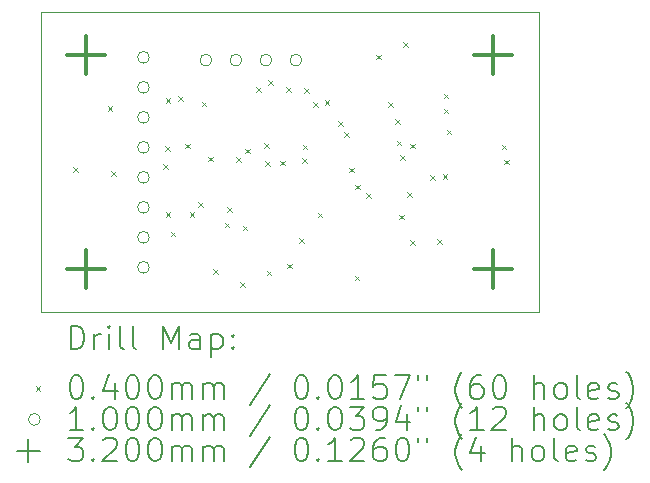
<source format=gbr>
%TF.GenerationSoftware,KiCad,Pcbnew,6.0.11+dfsg-1~bpo11+1*%
%TF.CreationDate,2023-04-29T04:06:51+00:00*%
%TF.ProjectId,slcam,736c6361-6d2e-46b6-9963-61645f706362,v0.2*%
%TF.SameCoordinates,Original*%
%TF.FileFunction,Drillmap*%
%TF.FilePolarity,Positive*%
%FSLAX45Y45*%
G04 Gerber Fmt 4.5, Leading zero omitted, Abs format (unit mm)*
G04 Created by KiCad (PCBNEW 6.0.11+dfsg-1~bpo11+1) date 2023-04-29 04:06:51*
%MOMM*%
%LPD*%
G01*
G04 APERTURE LIST*
%ADD10C,0.100000*%
%ADD11C,0.200000*%
%ADD12C,0.040000*%
%ADD13C,0.320000*%
G04 APERTURE END LIST*
D10*
X23926800Y-7518400D02*
X19710400Y-7518400D01*
X19710400Y-4978400D01*
X23926800Y-4978400D01*
X23926800Y-7518400D01*
D11*
D12*
X19985040Y-6289360D02*
X20025040Y-6329360D01*
X20025040Y-6289360D02*
X19985040Y-6329360D01*
X20276511Y-5776920D02*
X20316511Y-5816920D01*
X20316511Y-5776920D02*
X20276511Y-5816920D01*
X20305957Y-6322423D02*
X20345957Y-6362423D01*
X20345957Y-6322423D02*
X20305957Y-6362423D01*
X20748416Y-6266140D02*
X20788416Y-6306140D01*
X20788416Y-6266140D02*
X20748416Y-6306140D01*
X20762656Y-6112001D02*
X20802656Y-6152001D01*
X20802656Y-6112001D02*
X20762656Y-6152001D01*
X20767360Y-5705160D02*
X20807360Y-5745160D01*
X20807360Y-5705160D02*
X20767360Y-5745160D01*
X20767752Y-6669513D02*
X20807752Y-6709513D01*
X20807752Y-6669513D02*
X20767752Y-6709513D01*
X20808000Y-6838000D02*
X20848000Y-6878000D01*
X20848000Y-6838000D02*
X20808000Y-6878000D01*
X20874040Y-5689920D02*
X20914040Y-5729920D01*
X20914040Y-5689920D02*
X20874040Y-5729920D01*
X20933952Y-6091767D02*
X20973952Y-6131767D01*
X20973952Y-6091767D02*
X20933952Y-6131767D01*
X20970534Y-6670007D02*
X21010534Y-6710007D01*
X21010534Y-6670007D02*
X20970534Y-6710007D01*
X21039270Y-6589051D02*
X21079270Y-6629051D01*
X21079270Y-6589051D02*
X21039270Y-6629051D01*
X21071476Y-5735817D02*
X21111476Y-5775817D01*
X21111476Y-5735817D02*
X21071476Y-5775817D01*
X21126655Y-6202378D02*
X21166655Y-6242378D01*
X21166655Y-6202378D02*
X21126655Y-6242378D01*
X21167600Y-7151946D02*
X21207600Y-7191946D01*
X21207600Y-7151946D02*
X21167600Y-7191946D01*
X21265200Y-6761800D02*
X21305200Y-6801800D01*
X21305200Y-6761800D02*
X21265200Y-6801800D01*
X21285098Y-6632387D02*
X21325098Y-6672387D01*
X21325098Y-6632387D02*
X21285098Y-6672387D01*
X21366272Y-6207153D02*
X21406272Y-6247153D01*
X21406272Y-6207153D02*
X21366272Y-6247153D01*
X21395868Y-7267507D02*
X21435868Y-7307507D01*
X21435868Y-7267507D02*
X21395868Y-7307507D01*
X21417600Y-6787200D02*
X21457600Y-6827200D01*
X21457600Y-6787200D02*
X21417600Y-6827200D01*
X21438261Y-6134703D02*
X21478261Y-6174703D01*
X21478261Y-6134703D02*
X21438261Y-6174703D01*
X21534440Y-5613720D02*
X21574440Y-5653720D01*
X21574440Y-5613720D02*
X21534440Y-5653720D01*
X21601583Y-6087550D02*
X21641583Y-6127550D01*
X21641583Y-6087550D02*
X21601583Y-6127550D01*
X21607357Y-6240833D02*
X21647357Y-6280833D01*
X21647357Y-6240833D02*
X21607357Y-6280833D01*
X21620800Y-7168200D02*
X21660800Y-7208200D01*
X21660800Y-7168200D02*
X21620800Y-7208200D01*
X21633379Y-5555672D02*
X21673379Y-5595672D01*
X21673379Y-5555672D02*
X21633379Y-5595672D01*
X21735494Y-6235891D02*
X21775494Y-6275891D01*
X21775494Y-6235891D02*
X21735494Y-6275891D01*
X21789650Y-5615349D02*
X21829650Y-5655349D01*
X21829650Y-5615349D02*
X21789650Y-5655349D01*
X21797690Y-7107577D02*
X21837690Y-7147577D01*
X21837690Y-7107577D02*
X21797690Y-7147577D01*
X21895120Y-6893880D02*
X21935120Y-6933880D01*
X21935120Y-6893880D02*
X21895120Y-6933880D01*
X21920520Y-6213160D02*
X21960520Y-6253160D01*
X21960520Y-6213160D02*
X21920520Y-6253160D01*
X21925600Y-6101400D02*
X21965600Y-6141400D01*
X21965600Y-6101400D02*
X21925600Y-6141400D01*
X21940840Y-5623880D02*
X21980840Y-5663880D01*
X21980840Y-5623880D02*
X21940840Y-5663880D01*
X22014349Y-5741725D02*
X22054349Y-5781725D01*
X22054349Y-5741725D02*
X22014349Y-5781725D01*
X22052600Y-6675440D02*
X22092600Y-6715440D01*
X22092600Y-6675440D02*
X22052600Y-6715440D01*
X22113373Y-5726055D02*
X22153373Y-5766055D01*
X22153373Y-5726055D02*
X22113373Y-5766055D01*
X22225320Y-5903280D02*
X22265320Y-5943280D01*
X22265320Y-5903280D02*
X22225320Y-5943280D01*
X22276120Y-5994720D02*
X22316120Y-6034720D01*
X22316120Y-5994720D02*
X22276120Y-6034720D01*
X22321840Y-6294440D02*
X22361840Y-6334440D01*
X22361840Y-6294440D02*
X22321840Y-6334440D01*
X22367451Y-7210190D02*
X22407451Y-7250190D01*
X22407451Y-7210190D02*
X22367451Y-7250190D01*
X22372640Y-6440347D02*
X22412640Y-6480347D01*
X22412640Y-6440347D02*
X22372640Y-6480347D01*
X22463134Y-6513826D02*
X22503134Y-6553826D01*
X22503134Y-6513826D02*
X22463134Y-6553826D01*
X22550440Y-5339400D02*
X22590440Y-5379400D01*
X22590440Y-5339400D02*
X22550440Y-5379400D01*
X22649931Y-5738411D02*
X22689931Y-5778411D01*
X22689931Y-5738411D02*
X22649931Y-5778411D01*
X22709938Y-5882064D02*
X22749938Y-5922064D01*
X22749938Y-5882064D02*
X22709938Y-5922064D01*
X22723160Y-6065840D02*
X22763160Y-6105840D01*
X22763160Y-6065840D02*
X22723160Y-6105840D01*
X22745258Y-6693490D02*
X22785258Y-6733490D01*
X22785258Y-6693490D02*
X22745258Y-6733490D01*
X22753640Y-6187760D02*
X22793640Y-6227760D01*
X22793640Y-6187760D02*
X22753640Y-6227760D01*
X22779040Y-5232720D02*
X22819040Y-5272720D01*
X22819040Y-5232720D02*
X22779040Y-5272720D01*
X22811929Y-6504740D02*
X22851929Y-6544740D01*
X22851929Y-6504740D02*
X22811929Y-6544740D01*
X22834920Y-6091240D02*
X22874920Y-6131240D01*
X22874920Y-6091240D02*
X22834920Y-6131240D01*
X22834920Y-6909120D02*
X22874920Y-6949120D01*
X22874920Y-6909120D02*
X22834920Y-6949120D01*
X23007640Y-6360480D02*
X23047640Y-6400480D01*
X23047640Y-6360480D02*
X23007640Y-6400480D01*
X23064548Y-6902729D02*
X23104548Y-6942729D01*
X23104548Y-6902729D02*
X23064548Y-6942729D01*
X23111781Y-6347781D02*
X23151781Y-6387781D01*
X23151781Y-6347781D02*
X23111781Y-6387781D01*
X23119400Y-5669600D02*
X23159400Y-5709600D01*
X23159400Y-5669600D02*
X23119400Y-5709600D01*
X23119400Y-5796600D02*
X23159400Y-5836600D01*
X23159400Y-5796600D02*
X23119400Y-5836600D01*
X23144800Y-5974400D02*
X23184800Y-6014400D01*
X23184800Y-5974400D02*
X23144800Y-6014400D01*
X23612160Y-6101400D02*
X23652160Y-6141400D01*
X23652160Y-6101400D02*
X23612160Y-6141400D01*
X23632480Y-6228400D02*
X23672480Y-6268400D01*
X23672480Y-6228400D02*
X23632480Y-6268400D01*
D10*
X20629000Y-5362000D02*
G75*
G03*
X20629000Y-5362000I-50000J0D01*
G01*
X20629000Y-5616000D02*
G75*
G03*
X20629000Y-5616000I-50000J0D01*
G01*
X20629000Y-5870000D02*
G75*
G03*
X20629000Y-5870000I-50000J0D01*
G01*
X20629000Y-6124000D02*
G75*
G03*
X20629000Y-6124000I-50000J0D01*
G01*
X20629000Y-6378000D02*
G75*
G03*
X20629000Y-6378000I-50000J0D01*
G01*
X20629000Y-6632000D02*
G75*
G03*
X20629000Y-6632000I-50000J0D01*
G01*
X20629000Y-6886000D02*
G75*
G03*
X20629000Y-6886000I-50000J0D01*
G01*
X20629000Y-7140000D02*
G75*
G03*
X20629000Y-7140000I-50000J0D01*
G01*
X21157400Y-5384800D02*
G75*
G03*
X21157400Y-5384800I-50000J0D01*
G01*
X21411400Y-5384800D02*
G75*
G03*
X21411400Y-5384800I-50000J0D01*
G01*
X21665400Y-5384800D02*
G75*
G03*
X21665400Y-5384800I-50000J0D01*
G01*
X21919400Y-5384800D02*
G75*
G03*
X21919400Y-5384800I-50000J0D01*
G01*
D13*
X20091400Y-5184000D02*
X20091400Y-5504000D01*
X19931400Y-5344000D02*
X20251400Y-5344000D01*
X20091400Y-6993000D02*
X20091400Y-7313000D01*
X19931400Y-7153000D02*
X20251400Y-7153000D01*
X23536000Y-5184000D02*
X23536000Y-5504000D01*
X23376000Y-5344000D02*
X23696000Y-5344000D01*
X23536000Y-6993000D02*
X23536000Y-7313000D01*
X23376000Y-7153000D02*
X23696000Y-7153000D01*
D11*
X19963019Y-7833876D02*
X19963019Y-7633876D01*
X20010638Y-7633876D01*
X20039210Y-7643400D01*
X20058257Y-7662448D01*
X20067781Y-7681495D01*
X20077305Y-7719590D01*
X20077305Y-7748162D01*
X20067781Y-7786257D01*
X20058257Y-7805305D01*
X20039210Y-7824352D01*
X20010638Y-7833876D01*
X19963019Y-7833876D01*
X20163019Y-7833876D02*
X20163019Y-7700543D01*
X20163019Y-7738638D02*
X20172543Y-7719590D01*
X20182067Y-7710067D01*
X20201114Y-7700543D01*
X20220162Y-7700543D01*
X20286829Y-7833876D02*
X20286829Y-7700543D01*
X20286829Y-7633876D02*
X20277305Y-7643400D01*
X20286829Y-7652924D01*
X20296352Y-7643400D01*
X20286829Y-7633876D01*
X20286829Y-7652924D01*
X20410638Y-7833876D02*
X20391590Y-7824352D01*
X20382067Y-7805305D01*
X20382067Y-7633876D01*
X20515400Y-7833876D02*
X20496352Y-7824352D01*
X20486829Y-7805305D01*
X20486829Y-7633876D01*
X20743971Y-7833876D02*
X20743971Y-7633876D01*
X20810638Y-7776733D01*
X20877305Y-7633876D01*
X20877305Y-7833876D01*
X21058257Y-7833876D02*
X21058257Y-7729114D01*
X21048733Y-7710067D01*
X21029686Y-7700543D01*
X20991590Y-7700543D01*
X20972543Y-7710067D01*
X21058257Y-7824352D02*
X21039210Y-7833876D01*
X20991590Y-7833876D01*
X20972543Y-7824352D01*
X20963019Y-7805305D01*
X20963019Y-7786257D01*
X20972543Y-7767209D01*
X20991590Y-7757686D01*
X21039210Y-7757686D01*
X21058257Y-7748162D01*
X21153495Y-7700543D02*
X21153495Y-7900543D01*
X21153495Y-7710067D02*
X21172543Y-7700543D01*
X21210638Y-7700543D01*
X21229686Y-7710067D01*
X21239210Y-7719590D01*
X21248733Y-7738638D01*
X21248733Y-7795781D01*
X21239210Y-7814828D01*
X21229686Y-7824352D01*
X21210638Y-7833876D01*
X21172543Y-7833876D01*
X21153495Y-7824352D01*
X21334448Y-7814828D02*
X21343971Y-7824352D01*
X21334448Y-7833876D01*
X21324924Y-7824352D01*
X21334448Y-7814828D01*
X21334448Y-7833876D01*
X21334448Y-7710067D02*
X21343971Y-7719590D01*
X21334448Y-7729114D01*
X21324924Y-7719590D01*
X21334448Y-7710067D01*
X21334448Y-7729114D01*
D12*
X19665400Y-8143400D02*
X19705400Y-8183400D01*
X19705400Y-8143400D02*
X19665400Y-8183400D01*
D11*
X20001114Y-8053876D02*
X20020162Y-8053876D01*
X20039210Y-8063400D01*
X20048733Y-8072924D01*
X20058257Y-8091971D01*
X20067781Y-8130067D01*
X20067781Y-8177686D01*
X20058257Y-8215781D01*
X20048733Y-8234828D01*
X20039210Y-8244352D01*
X20020162Y-8253876D01*
X20001114Y-8253876D01*
X19982067Y-8244352D01*
X19972543Y-8234828D01*
X19963019Y-8215781D01*
X19953495Y-8177686D01*
X19953495Y-8130067D01*
X19963019Y-8091971D01*
X19972543Y-8072924D01*
X19982067Y-8063400D01*
X20001114Y-8053876D01*
X20153495Y-8234828D02*
X20163019Y-8244352D01*
X20153495Y-8253876D01*
X20143971Y-8244352D01*
X20153495Y-8234828D01*
X20153495Y-8253876D01*
X20334448Y-8120543D02*
X20334448Y-8253876D01*
X20286829Y-8044352D02*
X20239210Y-8187209D01*
X20363019Y-8187209D01*
X20477305Y-8053876D02*
X20496352Y-8053876D01*
X20515400Y-8063400D01*
X20524924Y-8072924D01*
X20534448Y-8091971D01*
X20543971Y-8130067D01*
X20543971Y-8177686D01*
X20534448Y-8215781D01*
X20524924Y-8234828D01*
X20515400Y-8244352D01*
X20496352Y-8253876D01*
X20477305Y-8253876D01*
X20458257Y-8244352D01*
X20448733Y-8234828D01*
X20439210Y-8215781D01*
X20429686Y-8177686D01*
X20429686Y-8130067D01*
X20439210Y-8091971D01*
X20448733Y-8072924D01*
X20458257Y-8063400D01*
X20477305Y-8053876D01*
X20667781Y-8053876D02*
X20686829Y-8053876D01*
X20705876Y-8063400D01*
X20715400Y-8072924D01*
X20724924Y-8091971D01*
X20734448Y-8130067D01*
X20734448Y-8177686D01*
X20724924Y-8215781D01*
X20715400Y-8234828D01*
X20705876Y-8244352D01*
X20686829Y-8253876D01*
X20667781Y-8253876D01*
X20648733Y-8244352D01*
X20639210Y-8234828D01*
X20629686Y-8215781D01*
X20620162Y-8177686D01*
X20620162Y-8130067D01*
X20629686Y-8091971D01*
X20639210Y-8072924D01*
X20648733Y-8063400D01*
X20667781Y-8053876D01*
X20820162Y-8253876D02*
X20820162Y-8120543D01*
X20820162Y-8139590D02*
X20829686Y-8130067D01*
X20848733Y-8120543D01*
X20877305Y-8120543D01*
X20896352Y-8130067D01*
X20905876Y-8149114D01*
X20905876Y-8253876D01*
X20905876Y-8149114D02*
X20915400Y-8130067D01*
X20934448Y-8120543D01*
X20963019Y-8120543D01*
X20982067Y-8130067D01*
X20991590Y-8149114D01*
X20991590Y-8253876D01*
X21086829Y-8253876D02*
X21086829Y-8120543D01*
X21086829Y-8139590D02*
X21096352Y-8130067D01*
X21115400Y-8120543D01*
X21143971Y-8120543D01*
X21163019Y-8130067D01*
X21172543Y-8149114D01*
X21172543Y-8253876D01*
X21172543Y-8149114D02*
X21182067Y-8130067D01*
X21201114Y-8120543D01*
X21229686Y-8120543D01*
X21248733Y-8130067D01*
X21258257Y-8149114D01*
X21258257Y-8253876D01*
X21648733Y-8044352D02*
X21477305Y-8301495D01*
X21905876Y-8053876D02*
X21924924Y-8053876D01*
X21943971Y-8063400D01*
X21953495Y-8072924D01*
X21963019Y-8091971D01*
X21972543Y-8130067D01*
X21972543Y-8177686D01*
X21963019Y-8215781D01*
X21953495Y-8234828D01*
X21943971Y-8244352D01*
X21924924Y-8253876D01*
X21905876Y-8253876D01*
X21886829Y-8244352D01*
X21877305Y-8234828D01*
X21867781Y-8215781D01*
X21858257Y-8177686D01*
X21858257Y-8130067D01*
X21867781Y-8091971D01*
X21877305Y-8072924D01*
X21886829Y-8063400D01*
X21905876Y-8053876D01*
X22058257Y-8234828D02*
X22067781Y-8244352D01*
X22058257Y-8253876D01*
X22048733Y-8244352D01*
X22058257Y-8234828D01*
X22058257Y-8253876D01*
X22191590Y-8053876D02*
X22210638Y-8053876D01*
X22229686Y-8063400D01*
X22239210Y-8072924D01*
X22248733Y-8091971D01*
X22258257Y-8130067D01*
X22258257Y-8177686D01*
X22248733Y-8215781D01*
X22239210Y-8234828D01*
X22229686Y-8244352D01*
X22210638Y-8253876D01*
X22191590Y-8253876D01*
X22172543Y-8244352D01*
X22163019Y-8234828D01*
X22153495Y-8215781D01*
X22143971Y-8177686D01*
X22143971Y-8130067D01*
X22153495Y-8091971D01*
X22163019Y-8072924D01*
X22172543Y-8063400D01*
X22191590Y-8053876D01*
X22448733Y-8253876D02*
X22334448Y-8253876D01*
X22391590Y-8253876D02*
X22391590Y-8053876D01*
X22372543Y-8082448D01*
X22353495Y-8101495D01*
X22334448Y-8111019D01*
X22629686Y-8053876D02*
X22534448Y-8053876D01*
X22524924Y-8149114D01*
X22534448Y-8139590D01*
X22553495Y-8130067D01*
X22601114Y-8130067D01*
X22620162Y-8139590D01*
X22629686Y-8149114D01*
X22639209Y-8168162D01*
X22639209Y-8215781D01*
X22629686Y-8234828D01*
X22620162Y-8244352D01*
X22601114Y-8253876D01*
X22553495Y-8253876D01*
X22534448Y-8244352D01*
X22524924Y-8234828D01*
X22705876Y-8053876D02*
X22839209Y-8053876D01*
X22753495Y-8253876D01*
X22905876Y-8053876D02*
X22905876Y-8091971D01*
X22982067Y-8053876D02*
X22982067Y-8091971D01*
X23277305Y-8330067D02*
X23267781Y-8320543D01*
X23248733Y-8291971D01*
X23239209Y-8272924D01*
X23229686Y-8244352D01*
X23220162Y-8196733D01*
X23220162Y-8158638D01*
X23229686Y-8111019D01*
X23239209Y-8082448D01*
X23248733Y-8063400D01*
X23267781Y-8034828D01*
X23277305Y-8025305D01*
X23439209Y-8053876D02*
X23401114Y-8053876D01*
X23382067Y-8063400D01*
X23372543Y-8072924D01*
X23353495Y-8101495D01*
X23343971Y-8139590D01*
X23343971Y-8215781D01*
X23353495Y-8234828D01*
X23363019Y-8244352D01*
X23382067Y-8253876D01*
X23420162Y-8253876D01*
X23439209Y-8244352D01*
X23448733Y-8234828D01*
X23458257Y-8215781D01*
X23458257Y-8168162D01*
X23448733Y-8149114D01*
X23439209Y-8139590D01*
X23420162Y-8130067D01*
X23382067Y-8130067D01*
X23363019Y-8139590D01*
X23353495Y-8149114D01*
X23343971Y-8168162D01*
X23582067Y-8053876D02*
X23601114Y-8053876D01*
X23620162Y-8063400D01*
X23629686Y-8072924D01*
X23639209Y-8091971D01*
X23648733Y-8130067D01*
X23648733Y-8177686D01*
X23639209Y-8215781D01*
X23629686Y-8234828D01*
X23620162Y-8244352D01*
X23601114Y-8253876D01*
X23582067Y-8253876D01*
X23563019Y-8244352D01*
X23553495Y-8234828D01*
X23543971Y-8215781D01*
X23534448Y-8177686D01*
X23534448Y-8130067D01*
X23543971Y-8091971D01*
X23553495Y-8072924D01*
X23563019Y-8063400D01*
X23582067Y-8053876D01*
X23886828Y-8253876D02*
X23886828Y-8053876D01*
X23972543Y-8253876D02*
X23972543Y-8149114D01*
X23963019Y-8130067D01*
X23943971Y-8120543D01*
X23915400Y-8120543D01*
X23896352Y-8130067D01*
X23886828Y-8139590D01*
X24096352Y-8253876D02*
X24077305Y-8244352D01*
X24067781Y-8234828D01*
X24058257Y-8215781D01*
X24058257Y-8158638D01*
X24067781Y-8139590D01*
X24077305Y-8130067D01*
X24096352Y-8120543D01*
X24124924Y-8120543D01*
X24143971Y-8130067D01*
X24153495Y-8139590D01*
X24163019Y-8158638D01*
X24163019Y-8215781D01*
X24153495Y-8234828D01*
X24143971Y-8244352D01*
X24124924Y-8253876D01*
X24096352Y-8253876D01*
X24277305Y-8253876D02*
X24258257Y-8244352D01*
X24248733Y-8225305D01*
X24248733Y-8053876D01*
X24429686Y-8244352D02*
X24410638Y-8253876D01*
X24372543Y-8253876D01*
X24353495Y-8244352D01*
X24343971Y-8225305D01*
X24343971Y-8149114D01*
X24353495Y-8130067D01*
X24372543Y-8120543D01*
X24410638Y-8120543D01*
X24429686Y-8130067D01*
X24439209Y-8149114D01*
X24439209Y-8168162D01*
X24343971Y-8187209D01*
X24515400Y-8244352D02*
X24534448Y-8253876D01*
X24572543Y-8253876D01*
X24591590Y-8244352D01*
X24601114Y-8225305D01*
X24601114Y-8215781D01*
X24591590Y-8196733D01*
X24572543Y-8187209D01*
X24543971Y-8187209D01*
X24524924Y-8177686D01*
X24515400Y-8158638D01*
X24515400Y-8149114D01*
X24524924Y-8130067D01*
X24543971Y-8120543D01*
X24572543Y-8120543D01*
X24591590Y-8130067D01*
X24667781Y-8330067D02*
X24677305Y-8320543D01*
X24696352Y-8291971D01*
X24705876Y-8272924D01*
X24715400Y-8244352D01*
X24724924Y-8196733D01*
X24724924Y-8158638D01*
X24715400Y-8111019D01*
X24705876Y-8082448D01*
X24696352Y-8063400D01*
X24677305Y-8034828D01*
X24667781Y-8025305D01*
D10*
X19705400Y-8427400D02*
G75*
G03*
X19705400Y-8427400I-50000J0D01*
G01*
D11*
X20067781Y-8517876D02*
X19953495Y-8517876D01*
X20010638Y-8517876D02*
X20010638Y-8317876D01*
X19991590Y-8346448D01*
X19972543Y-8365495D01*
X19953495Y-8375019D01*
X20153495Y-8498829D02*
X20163019Y-8508352D01*
X20153495Y-8517876D01*
X20143971Y-8508352D01*
X20153495Y-8498829D01*
X20153495Y-8517876D01*
X20286829Y-8317876D02*
X20305876Y-8317876D01*
X20324924Y-8327400D01*
X20334448Y-8336924D01*
X20343971Y-8355971D01*
X20353495Y-8394067D01*
X20353495Y-8441686D01*
X20343971Y-8479781D01*
X20334448Y-8498829D01*
X20324924Y-8508352D01*
X20305876Y-8517876D01*
X20286829Y-8517876D01*
X20267781Y-8508352D01*
X20258257Y-8498829D01*
X20248733Y-8479781D01*
X20239210Y-8441686D01*
X20239210Y-8394067D01*
X20248733Y-8355971D01*
X20258257Y-8336924D01*
X20267781Y-8327400D01*
X20286829Y-8317876D01*
X20477305Y-8317876D02*
X20496352Y-8317876D01*
X20515400Y-8327400D01*
X20524924Y-8336924D01*
X20534448Y-8355971D01*
X20543971Y-8394067D01*
X20543971Y-8441686D01*
X20534448Y-8479781D01*
X20524924Y-8498829D01*
X20515400Y-8508352D01*
X20496352Y-8517876D01*
X20477305Y-8517876D01*
X20458257Y-8508352D01*
X20448733Y-8498829D01*
X20439210Y-8479781D01*
X20429686Y-8441686D01*
X20429686Y-8394067D01*
X20439210Y-8355971D01*
X20448733Y-8336924D01*
X20458257Y-8327400D01*
X20477305Y-8317876D01*
X20667781Y-8317876D02*
X20686829Y-8317876D01*
X20705876Y-8327400D01*
X20715400Y-8336924D01*
X20724924Y-8355971D01*
X20734448Y-8394067D01*
X20734448Y-8441686D01*
X20724924Y-8479781D01*
X20715400Y-8498829D01*
X20705876Y-8508352D01*
X20686829Y-8517876D01*
X20667781Y-8517876D01*
X20648733Y-8508352D01*
X20639210Y-8498829D01*
X20629686Y-8479781D01*
X20620162Y-8441686D01*
X20620162Y-8394067D01*
X20629686Y-8355971D01*
X20639210Y-8336924D01*
X20648733Y-8327400D01*
X20667781Y-8317876D01*
X20820162Y-8517876D02*
X20820162Y-8384543D01*
X20820162Y-8403590D02*
X20829686Y-8394067D01*
X20848733Y-8384543D01*
X20877305Y-8384543D01*
X20896352Y-8394067D01*
X20905876Y-8413114D01*
X20905876Y-8517876D01*
X20905876Y-8413114D02*
X20915400Y-8394067D01*
X20934448Y-8384543D01*
X20963019Y-8384543D01*
X20982067Y-8394067D01*
X20991590Y-8413114D01*
X20991590Y-8517876D01*
X21086829Y-8517876D02*
X21086829Y-8384543D01*
X21086829Y-8403590D02*
X21096352Y-8394067D01*
X21115400Y-8384543D01*
X21143971Y-8384543D01*
X21163019Y-8394067D01*
X21172543Y-8413114D01*
X21172543Y-8517876D01*
X21172543Y-8413114D02*
X21182067Y-8394067D01*
X21201114Y-8384543D01*
X21229686Y-8384543D01*
X21248733Y-8394067D01*
X21258257Y-8413114D01*
X21258257Y-8517876D01*
X21648733Y-8308352D02*
X21477305Y-8565495D01*
X21905876Y-8317876D02*
X21924924Y-8317876D01*
X21943971Y-8327400D01*
X21953495Y-8336924D01*
X21963019Y-8355971D01*
X21972543Y-8394067D01*
X21972543Y-8441686D01*
X21963019Y-8479781D01*
X21953495Y-8498829D01*
X21943971Y-8508352D01*
X21924924Y-8517876D01*
X21905876Y-8517876D01*
X21886829Y-8508352D01*
X21877305Y-8498829D01*
X21867781Y-8479781D01*
X21858257Y-8441686D01*
X21858257Y-8394067D01*
X21867781Y-8355971D01*
X21877305Y-8336924D01*
X21886829Y-8327400D01*
X21905876Y-8317876D01*
X22058257Y-8498829D02*
X22067781Y-8508352D01*
X22058257Y-8517876D01*
X22048733Y-8508352D01*
X22058257Y-8498829D01*
X22058257Y-8517876D01*
X22191590Y-8317876D02*
X22210638Y-8317876D01*
X22229686Y-8327400D01*
X22239210Y-8336924D01*
X22248733Y-8355971D01*
X22258257Y-8394067D01*
X22258257Y-8441686D01*
X22248733Y-8479781D01*
X22239210Y-8498829D01*
X22229686Y-8508352D01*
X22210638Y-8517876D01*
X22191590Y-8517876D01*
X22172543Y-8508352D01*
X22163019Y-8498829D01*
X22153495Y-8479781D01*
X22143971Y-8441686D01*
X22143971Y-8394067D01*
X22153495Y-8355971D01*
X22163019Y-8336924D01*
X22172543Y-8327400D01*
X22191590Y-8317876D01*
X22324924Y-8317876D02*
X22448733Y-8317876D01*
X22382067Y-8394067D01*
X22410638Y-8394067D01*
X22429686Y-8403590D01*
X22439209Y-8413114D01*
X22448733Y-8432162D01*
X22448733Y-8479781D01*
X22439209Y-8498829D01*
X22429686Y-8508352D01*
X22410638Y-8517876D01*
X22353495Y-8517876D01*
X22334448Y-8508352D01*
X22324924Y-8498829D01*
X22543971Y-8517876D02*
X22582067Y-8517876D01*
X22601114Y-8508352D01*
X22610638Y-8498829D01*
X22629686Y-8470257D01*
X22639209Y-8432162D01*
X22639209Y-8355971D01*
X22629686Y-8336924D01*
X22620162Y-8327400D01*
X22601114Y-8317876D01*
X22563019Y-8317876D01*
X22543971Y-8327400D01*
X22534448Y-8336924D01*
X22524924Y-8355971D01*
X22524924Y-8403590D01*
X22534448Y-8422638D01*
X22543971Y-8432162D01*
X22563019Y-8441686D01*
X22601114Y-8441686D01*
X22620162Y-8432162D01*
X22629686Y-8422638D01*
X22639209Y-8403590D01*
X22810638Y-8384543D02*
X22810638Y-8517876D01*
X22763019Y-8308352D02*
X22715400Y-8451210D01*
X22839209Y-8451210D01*
X22905876Y-8317876D02*
X22905876Y-8355971D01*
X22982067Y-8317876D02*
X22982067Y-8355971D01*
X23277305Y-8594067D02*
X23267781Y-8584543D01*
X23248733Y-8555971D01*
X23239209Y-8536924D01*
X23229686Y-8508352D01*
X23220162Y-8460733D01*
X23220162Y-8422638D01*
X23229686Y-8375019D01*
X23239209Y-8346448D01*
X23248733Y-8327400D01*
X23267781Y-8298828D01*
X23277305Y-8289305D01*
X23458257Y-8517876D02*
X23343971Y-8517876D01*
X23401114Y-8517876D02*
X23401114Y-8317876D01*
X23382067Y-8346448D01*
X23363019Y-8365495D01*
X23343971Y-8375019D01*
X23534448Y-8336924D02*
X23543971Y-8327400D01*
X23563019Y-8317876D01*
X23610638Y-8317876D01*
X23629686Y-8327400D01*
X23639209Y-8336924D01*
X23648733Y-8355971D01*
X23648733Y-8375019D01*
X23639209Y-8403590D01*
X23524924Y-8517876D01*
X23648733Y-8517876D01*
X23886828Y-8517876D02*
X23886828Y-8317876D01*
X23972543Y-8517876D02*
X23972543Y-8413114D01*
X23963019Y-8394067D01*
X23943971Y-8384543D01*
X23915400Y-8384543D01*
X23896352Y-8394067D01*
X23886828Y-8403590D01*
X24096352Y-8517876D02*
X24077305Y-8508352D01*
X24067781Y-8498829D01*
X24058257Y-8479781D01*
X24058257Y-8422638D01*
X24067781Y-8403590D01*
X24077305Y-8394067D01*
X24096352Y-8384543D01*
X24124924Y-8384543D01*
X24143971Y-8394067D01*
X24153495Y-8403590D01*
X24163019Y-8422638D01*
X24163019Y-8479781D01*
X24153495Y-8498829D01*
X24143971Y-8508352D01*
X24124924Y-8517876D01*
X24096352Y-8517876D01*
X24277305Y-8517876D02*
X24258257Y-8508352D01*
X24248733Y-8489305D01*
X24248733Y-8317876D01*
X24429686Y-8508352D02*
X24410638Y-8517876D01*
X24372543Y-8517876D01*
X24353495Y-8508352D01*
X24343971Y-8489305D01*
X24343971Y-8413114D01*
X24353495Y-8394067D01*
X24372543Y-8384543D01*
X24410638Y-8384543D01*
X24429686Y-8394067D01*
X24439209Y-8413114D01*
X24439209Y-8432162D01*
X24343971Y-8451210D01*
X24515400Y-8508352D02*
X24534448Y-8517876D01*
X24572543Y-8517876D01*
X24591590Y-8508352D01*
X24601114Y-8489305D01*
X24601114Y-8479781D01*
X24591590Y-8460733D01*
X24572543Y-8451210D01*
X24543971Y-8451210D01*
X24524924Y-8441686D01*
X24515400Y-8422638D01*
X24515400Y-8413114D01*
X24524924Y-8394067D01*
X24543971Y-8384543D01*
X24572543Y-8384543D01*
X24591590Y-8394067D01*
X24667781Y-8594067D02*
X24677305Y-8584543D01*
X24696352Y-8555971D01*
X24705876Y-8536924D01*
X24715400Y-8508352D01*
X24724924Y-8460733D01*
X24724924Y-8422638D01*
X24715400Y-8375019D01*
X24705876Y-8346448D01*
X24696352Y-8327400D01*
X24677305Y-8298828D01*
X24667781Y-8289305D01*
X19605400Y-8591400D02*
X19605400Y-8791400D01*
X19505400Y-8691400D02*
X19705400Y-8691400D01*
X19943971Y-8581876D02*
X20067781Y-8581876D01*
X20001114Y-8658067D01*
X20029686Y-8658067D01*
X20048733Y-8667590D01*
X20058257Y-8677114D01*
X20067781Y-8696162D01*
X20067781Y-8743781D01*
X20058257Y-8762829D01*
X20048733Y-8772352D01*
X20029686Y-8781876D01*
X19972543Y-8781876D01*
X19953495Y-8772352D01*
X19943971Y-8762829D01*
X20153495Y-8762829D02*
X20163019Y-8772352D01*
X20153495Y-8781876D01*
X20143971Y-8772352D01*
X20153495Y-8762829D01*
X20153495Y-8781876D01*
X20239210Y-8600924D02*
X20248733Y-8591400D01*
X20267781Y-8581876D01*
X20315400Y-8581876D01*
X20334448Y-8591400D01*
X20343971Y-8600924D01*
X20353495Y-8619971D01*
X20353495Y-8639019D01*
X20343971Y-8667590D01*
X20229686Y-8781876D01*
X20353495Y-8781876D01*
X20477305Y-8581876D02*
X20496352Y-8581876D01*
X20515400Y-8591400D01*
X20524924Y-8600924D01*
X20534448Y-8619971D01*
X20543971Y-8658067D01*
X20543971Y-8705686D01*
X20534448Y-8743781D01*
X20524924Y-8762829D01*
X20515400Y-8772352D01*
X20496352Y-8781876D01*
X20477305Y-8781876D01*
X20458257Y-8772352D01*
X20448733Y-8762829D01*
X20439210Y-8743781D01*
X20429686Y-8705686D01*
X20429686Y-8658067D01*
X20439210Y-8619971D01*
X20448733Y-8600924D01*
X20458257Y-8591400D01*
X20477305Y-8581876D01*
X20667781Y-8581876D02*
X20686829Y-8581876D01*
X20705876Y-8591400D01*
X20715400Y-8600924D01*
X20724924Y-8619971D01*
X20734448Y-8658067D01*
X20734448Y-8705686D01*
X20724924Y-8743781D01*
X20715400Y-8762829D01*
X20705876Y-8772352D01*
X20686829Y-8781876D01*
X20667781Y-8781876D01*
X20648733Y-8772352D01*
X20639210Y-8762829D01*
X20629686Y-8743781D01*
X20620162Y-8705686D01*
X20620162Y-8658067D01*
X20629686Y-8619971D01*
X20639210Y-8600924D01*
X20648733Y-8591400D01*
X20667781Y-8581876D01*
X20820162Y-8781876D02*
X20820162Y-8648543D01*
X20820162Y-8667590D02*
X20829686Y-8658067D01*
X20848733Y-8648543D01*
X20877305Y-8648543D01*
X20896352Y-8658067D01*
X20905876Y-8677114D01*
X20905876Y-8781876D01*
X20905876Y-8677114D02*
X20915400Y-8658067D01*
X20934448Y-8648543D01*
X20963019Y-8648543D01*
X20982067Y-8658067D01*
X20991590Y-8677114D01*
X20991590Y-8781876D01*
X21086829Y-8781876D02*
X21086829Y-8648543D01*
X21086829Y-8667590D02*
X21096352Y-8658067D01*
X21115400Y-8648543D01*
X21143971Y-8648543D01*
X21163019Y-8658067D01*
X21172543Y-8677114D01*
X21172543Y-8781876D01*
X21172543Y-8677114D02*
X21182067Y-8658067D01*
X21201114Y-8648543D01*
X21229686Y-8648543D01*
X21248733Y-8658067D01*
X21258257Y-8677114D01*
X21258257Y-8781876D01*
X21648733Y-8572352D02*
X21477305Y-8829495D01*
X21905876Y-8581876D02*
X21924924Y-8581876D01*
X21943971Y-8591400D01*
X21953495Y-8600924D01*
X21963019Y-8619971D01*
X21972543Y-8658067D01*
X21972543Y-8705686D01*
X21963019Y-8743781D01*
X21953495Y-8762829D01*
X21943971Y-8772352D01*
X21924924Y-8781876D01*
X21905876Y-8781876D01*
X21886829Y-8772352D01*
X21877305Y-8762829D01*
X21867781Y-8743781D01*
X21858257Y-8705686D01*
X21858257Y-8658067D01*
X21867781Y-8619971D01*
X21877305Y-8600924D01*
X21886829Y-8591400D01*
X21905876Y-8581876D01*
X22058257Y-8762829D02*
X22067781Y-8772352D01*
X22058257Y-8781876D01*
X22048733Y-8772352D01*
X22058257Y-8762829D01*
X22058257Y-8781876D01*
X22258257Y-8781876D02*
X22143971Y-8781876D01*
X22201114Y-8781876D02*
X22201114Y-8581876D01*
X22182067Y-8610448D01*
X22163019Y-8629495D01*
X22143971Y-8639019D01*
X22334448Y-8600924D02*
X22343971Y-8591400D01*
X22363019Y-8581876D01*
X22410638Y-8581876D01*
X22429686Y-8591400D01*
X22439209Y-8600924D01*
X22448733Y-8619971D01*
X22448733Y-8639019D01*
X22439209Y-8667590D01*
X22324924Y-8781876D01*
X22448733Y-8781876D01*
X22620162Y-8581876D02*
X22582067Y-8581876D01*
X22563019Y-8591400D01*
X22553495Y-8600924D01*
X22534448Y-8629495D01*
X22524924Y-8667590D01*
X22524924Y-8743781D01*
X22534448Y-8762829D01*
X22543971Y-8772352D01*
X22563019Y-8781876D01*
X22601114Y-8781876D01*
X22620162Y-8772352D01*
X22629686Y-8762829D01*
X22639209Y-8743781D01*
X22639209Y-8696162D01*
X22629686Y-8677114D01*
X22620162Y-8667590D01*
X22601114Y-8658067D01*
X22563019Y-8658067D01*
X22543971Y-8667590D01*
X22534448Y-8677114D01*
X22524924Y-8696162D01*
X22763019Y-8581876D02*
X22782067Y-8581876D01*
X22801114Y-8591400D01*
X22810638Y-8600924D01*
X22820162Y-8619971D01*
X22829686Y-8658067D01*
X22829686Y-8705686D01*
X22820162Y-8743781D01*
X22810638Y-8762829D01*
X22801114Y-8772352D01*
X22782067Y-8781876D01*
X22763019Y-8781876D01*
X22743971Y-8772352D01*
X22734448Y-8762829D01*
X22724924Y-8743781D01*
X22715400Y-8705686D01*
X22715400Y-8658067D01*
X22724924Y-8619971D01*
X22734448Y-8600924D01*
X22743971Y-8591400D01*
X22763019Y-8581876D01*
X22905876Y-8581876D02*
X22905876Y-8619971D01*
X22982067Y-8581876D02*
X22982067Y-8619971D01*
X23277305Y-8858067D02*
X23267781Y-8848543D01*
X23248733Y-8819971D01*
X23239209Y-8800924D01*
X23229686Y-8772352D01*
X23220162Y-8724733D01*
X23220162Y-8686638D01*
X23229686Y-8639019D01*
X23239209Y-8610448D01*
X23248733Y-8591400D01*
X23267781Y-8562829D01*
X23277305Y-8553305D01*
X23439209Y-8648543D02*
X23439209Y-8781876D01*
X23391590Y-8572352D02*
X23343971Y-8715210D01*
X23467781Y-8715210D01*
X23696352Y-8781876D02*
X23696352Y-8581876D01*
X23782067Y-8781876D02*
X23782067Y-8677114D01*
X23772543Y-8658067D01*
X23753495Y-8648543D01*
X23724924Y-8648543D01*
X23705876Y-8658067D01*
X23696352Y-8667590D01*
X23905876Y-8781876D02*
X23886828Y-8772352D01*
X23877305Y-8762829D01*
X23867781Y-8743781D01*
X23867781Y-8686638D01*
X23877305Y-8667590D01*
X23886828Y-8658067D01*
X23905876Y-8648543D01*
X23934448Y-8648543D01*
X23953495Y-8658067D01*
X23963019Y-8667590D01*
X23972543Y-8686638D01*
X23972543Y-8743781D01*
X23963019Y-8762829D01*
X23953495Y-8772352D01*
X23934448Y-8781876D01*
X23905876Y-8781876D01*
X24086828Y-8781876D02*
X24067781Y-8772352D01*
X24058257Y-8753305D01*
X24058257Y-8581876D01*
X24239209Y-8772352D02*
X24220162Y-8781876D01*
X24182067Y-8781876D01*
X24163019Y-8772352D01*
X24153495Y-8753305D01*
X24153495Y-8677114D01*
X24163019Y-8658067D01*
X24182067Y-8648543D01*
X24220162Y-8648543D01*
X24239209Y-8658067D01*
X24248733Y-8677114D01*
X24248733Y-8696162D01*
X24153495Y-8715210D01*
X24324924Y-8772352D02*
X24343971Y-8781876D01*
X24382067Y-8781876D01*
X24401114Y-8772352D01*
X24410638Y-8753305D01*
X24410638Y-8743781D01*
X24401114Y-8724733D01*
X24382067Y-8715210D01*
X24353495Y-8715210D01*
X24334448Y-8705686D01*
X24324924Y-8686638D01*
X24324924Y-8677114D01*
X24334448Y-8658067D01*
X24353495Y-8648543D01*
X24382067Y-8648543D01*
X24401114Y-8658067D01*
X24477305Y-8858067D02*
X24486828Y-8848543D01*
X24505876Y-8819971D01*
X24515400Y-8800924D01*
X24524924Y-8772352D01*
X24534448Y-8724733D01*
X24534448Y-8686638D01*
X24524924Y-8639019D01*
X24515400Y-8610448D01*
X24505876Y-8591400D01*
X24486828Y-8562829D01*
X24477305Y-8553305D01*
M02*

</source>
